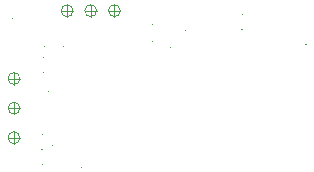
<source format=gbr>
%TF.GenerationSoftware,KiCad,Pcbnew,9.0.0*%
%TF.CreationDate,2025-04-02T11:36:54+01:00*%
%TF.ProjectId,vm_rotary_button_0.2,766d5f72-6f74-4617-9279-5f627574746f,v0.2*%
%TF.SameCoordinates,PX5742de0PY47868c0*%
%TF.FileFunction,AssemblyDrawing,Top*%
%FSLAX45Y45*%
G04 Gerber Fmt 4.5, Leading zero omitted, Abs format (unit mm)*
G04 Created by KiCad (PCBNEW 9.0.0) date 2025-04-02 11:36:54*
%MOMM*%
%LPD*%
G01*
G04 APERTURE LIST*
%ADD10C,0.100000*%
%ADD11C,0.060000*%
G04 APERTURE END LIST*
D10*
%TO.C,GS5*%
X-500000Y825000D02*
X-400000Y825000D01*
X-450000Y875000D02*
X-450000Y775000D01*
X-400000Y825000D02*
G75*
G02*
X-500000Y825000I-50000J0D01*
G01*
X-500000Y825000D02*
G75*
G02*
X-400000Y825000I50000J0D01*
G01*
%TO.C,GS3*%
X-1350000Y250000D02*
X-1250000Y250000D01*
X-1300000Y300000D02*
X-1300000Y200000D01*
X-1250000Y250000D02*
G75*
G02*
X-1350000Y250000I-50000J0D01*
G01*
X-1350000Y250000D02*
G75*
G02*
X-1250000Y250000I50000J0D01*
G01*
D11*
%TO.C,R7*%
X-877000Y520000D02*
G75*
G02*
X-883000Y520000I-3000J0D01*
G01*
X-883000Y520000D02*
G75*
G02*
X-877000Y520000I3000J0D01*
G01*
D10*
%TO.C,GS4*%
X-700000Y825000D02*
X-600000Y825000D01*
X-650000Y875000D02*
X-650000Y775000D01*
X-600000Y825000D02*
G75*
G02*
X-700000Y825000I-50000J0D01*
G01*
X-700000Y825000D02*
G75*
G02*
X-600000Y825000I50000J0D01*
G01*
D11*
%TO.C,U2*%
X-1007000Y137000D02*
G75*
G02*
X-1013000Y137000I-3000J0D01*
G01*
X-1013000Y137000D02*
G75*
G02*
X-1007000Y137000I3000J0D01*
G01*
D10*
%TO.C,GS6*%
X-900000Y825000D02*
X-800000Y825000D01*
X-850000Y875000D02*
X-850000Y775000D01*
X-800000Y825000D02*
G75*
G02*
X-900000Y825000I-50000J0D01*
G01*
X-900000Y825000D02*
G75*
G02*
X-800000Y825000I50000J0D01*
G01*
D11*
%TO.C,D1*%
X-1057000Y-480000D02*
G75*
G02*
X-1063000Y-480000I-3000J0D01*
G01*
X-1063000Y-480000D02*
G75*
G02*
X-1057000Y-480000I3000J0D01*
G01*
%TO.C,R6*%
X-1037000Y520000D02*
G75*
G02*
X-1043000Y520000I-3000J0D01*
G01*
X-1043000Y520000D02*
G75*
G02*
X-1037000Y520000I3000J0D01*
G01*
%TO.C,R13*%
X-124900Y560000D02*
G75*
G02*
X-130900Y560000I-3000J0D01*
G01*
X-130900Y560000D02*
G75*
G02*
X-124900Y560000I3000J0D01*
G01*
%TO.C,C3*%
X-1057000Y-220000D02*
G75*
G02*
X-1063000Y-220000I-3000J0D01*
G01*
X-1063000Y-220000D02*
G75*
G02*
X-1057000Y-220000I3000J0D01*
G01*
%TO.C,U1*%
X-970000Y-320000D02*
G75*
G02*
X-976000Y-320000I-3000J0D01*
G01*
X-976000Y-320000D02*
G75*
G02*
X-970000Y-320000I3000J0D01*
G01*
%TO.C,SW2*%
X1175100Y540000D02*
G75*
G02*
X1169100Y540000I-3000J0D01*
G01*
X1169100Y540000D02*
G75*
G02*
X1175100Y540000I3000J0D01*
G01*
%TO.C,R12*%
X-124900Y710000D02*
G75*
G02*
X-130900Y710000I-3000J0D01*
G01*
X-130900Y710000D02*
G75*
G02*
X-124900Y710000I3000J0D01*
G01*
%TO.C,C5*%
X30000Y515000D02*
G75*
G02*
X24000Y515000I-3000J0D01*
G01*
X24000Y515000D02*
G75*
G02*
X30000Y515000I3000J0D01*
G01*
D10*
%TO.C,GS2*%
X-1350000Y-250000D02*
X-1250000Y-250000D01*
X-1300000Y-200000D02*
X-1300000Y-300000D01*
X-1250000Y-250000D02*
G75*
G02*
X-1350000Y-250000I-50000J0D01*
G01*
X-1350000Y-250000D02*
G75*
G02*
X-1250000Y-250000I50000J0D01*
G01*
D11*
%TO.C,R10*%
X635100Y665000D02*
G75*
G02*
X629100Y665000I-3000J0D01*
G01*
X629100Y665000D02*
G75*
G02*
X635100Y665000I3000J0D01*
G01*
%TO.C,R11*%
X635100Y790000D02*
G75*
G02*
X629100Y790000I-3000J0D01*
G01*
X629100Y790000D02*
G75*
G02*
X635100Y790000I3000J0D01*
G01*
%TO.C,R5*%
X-1047000Y430000D02*
G75*
G02*
X-1053000Y430000I-3000J0D01*
G01*
X-1053000Y430000D02*
G75*
G02*
X-1047000Y430000I3000J0D01*
G01*
%TO.C,C1*%
X-727000Y-500000D02*
G75*
G02*
X-733000Y-500000I-3000J0D01*
G01*
X-733000Y-500000D02*
G75*
G02*
X-727000Y-500000I3000J0D01*
G01*
D10*
%TO.C,GS1*%
X-1350000Y0D02*
X-1250000Y0D01*
X-1300000Y50000D02*
X-1300000Y-50000D01*
X-1250000Y0D02*
G75*
G02*
X-1350000Y0I-50000J0D01*
G01*
X-1350000Y0D02*
G75*
G02*
X-1250000Y0I50000J0D01*
G01*
D11*
%TO.C,C2*%
X-1047000Y300000D02*
G75*
G02*
X-1053000Y300000I-3000J0D01*
G01*
X-1053000Y300000D02*
G75*
G02*
X-1047000Y300000I3000J0D01*
G01*
%TO.C,R1*%
X-1057000Y-350000D02*
G75*
G02*
X-1063000Y-350000I-3000J0D01*
G01*
X-1063000Y-350000D02*
G75*
G02*
X-1057000Y-350000I3000J0D01*
G01*
%TO.C,C4*%
X155000Y660000D02*
G75*
G02*
X149000Y660000I-3000J0D01*
G01*
X149000Y660000D02*
G75*
G02*
X155000Y660000I3000J0D01*
G01*
%TO.C,D2*%
X-1312000Y762000D02*
G75*
G02*
X-1318000Y762000I-3000J0D01*
G01*
X-1318000Y762000D02*
G75*
G02*
X-1312000Y762000I3000J0D01*
G01*
%TD*%
M02*

</source>
